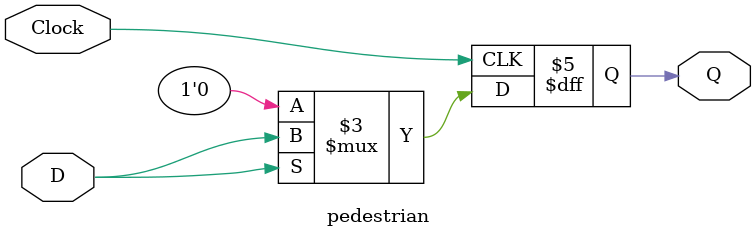
<source format=v>
module pedestrian(D, Clock, Q);
input D, Clock;

output reg Q;

// turn on the led or off
always@ ( posedge Clock)
	if (D)
	Q = D;
	else 
	Q = 0;
endmodule

</source>
